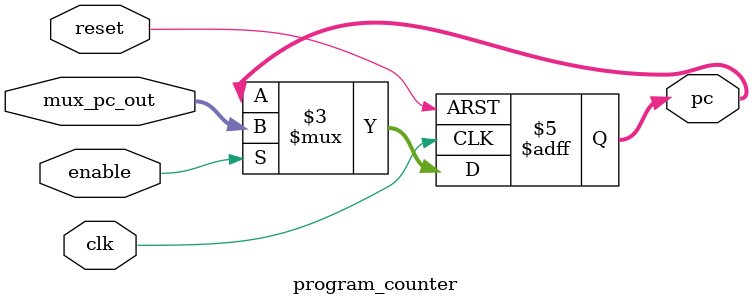
<source format=v>
module program_counter(
    input wire clk,       // Clock signal
    input wire reset,     // Reset signal
    input wire enable,    // Enable signal (increments PC if high)
    input wire [7:0] mux_pc_out,
    output reg [7:0] pc   // 8-bit Program Counter output
);

    // Initialize PC to 0
    initial begin
        pc = 8'b00000000;
    end

    always @(posedge clk or posedge reset) begin
        if (reset) begin
            pc <= 8'b00000000; // Reset PC to 0
        end
        else if (enable) begin
            pc <= mux_pc_out; // set mux_pc_out value and defined in datapath
        end
    end

endmodule

</source>
